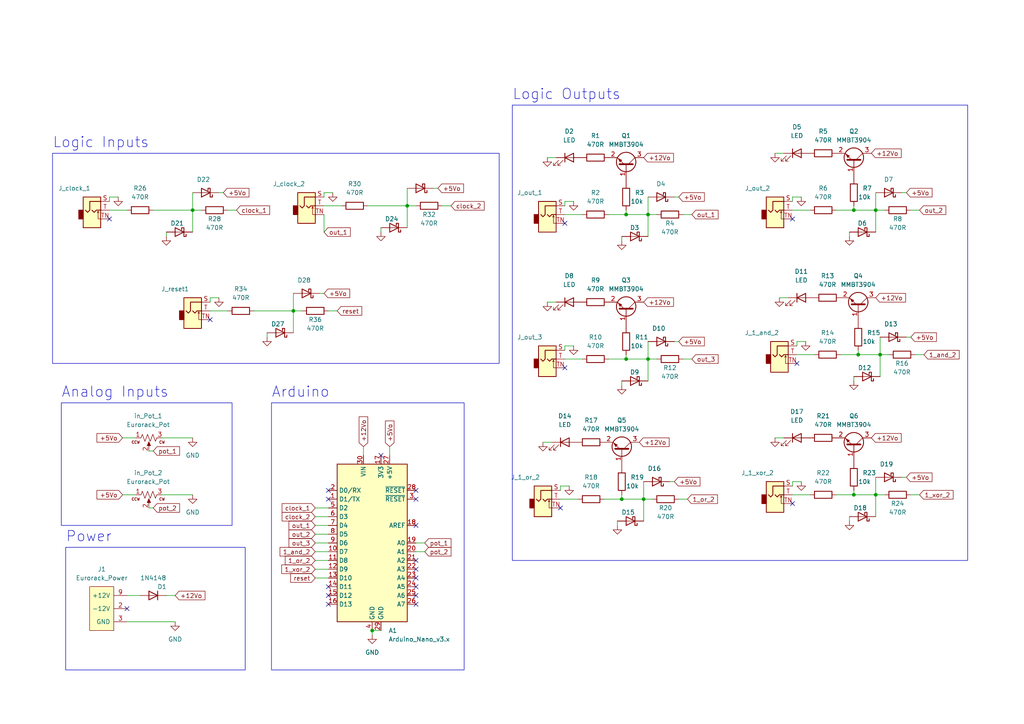
<source format=kicad_sch>
(kicad_sch (version 20230121) (generator eeschema)
  (paper "A4")
  (lib_symbols
    (symbol "Device:D_Schottky" (pin_numbers hide) (pin_names (offset 1.016) hide)
      (property "Reference" "D" (at 0 2.54 0))
      (property "Value" "D_Schottky" (at 0 -2.54 0))
      (symbol "D_Schottky_0_1"
        (polyline (pts (xy 1.27 0) (xy -1.27 0)))
        (polyline (pts (xy 1.27 1.27) (xy 1.27 -1.27) (xy -1.27 0) (xy 1.27 1.27)) (stroke (width 0.254)))
        (polyline (pts (xy -1.905 0.635) (xy -1.905 1.27) (xy -1.27 1.27) (xy -1.27 -1.27) (xy -0.635 -1.27) (xy -0.635 -0.635)) (stroke (width 0.254)))
      )
      (symbol "D_Schottky_1_1"
        (pin passive line (at -3.81 0 0) (length 2.54) (name "K") (number "1"))
        (pin passive line (at 3.81 0 180) (length 2.54) (name "A") (number "2"))
      )
    )
    (symbol "Device:LED" (pin_numbers hide) (pin_names (offset 1.016) hide)
      (property "Reference" "D" (at 0 2.54 0))
      (property "Value" "LED" (at 0 -2.54 0))
      (symbol "LED_0_1"
        (polyline (pts (xy -1.27 -1.27) (xy -1.27 1.27)) (stroke (width 0.254)))
        (polyline (pts (xy -1.27 0) (xy 1.27 0)))
        (polyline (pts (xy 1.27 -1.27) (xy 1.27 1.27) (xy -1.27 0) (xy 1.27 -1.27)) (stroke (width 0.254)))
        (polyline (pts (xy -3.048 -0.762) (xy -4.572 -2.286) (xy -3.81 -2.286) (xy -4.572 -2.286) (xy -4.572 -1.524)))
        (polyline (pts (xy -1.778 -0.762) (xy -3.302 -2.286) (xy -2.54 -2.286) (xy -3.302 -2.286) (xy -3.302 -1.524)))
      )
      (symbol "LED_1_1"
        (pin passive line (at -3.81 0 0) (length 2.54) (name "K") (number "1"))
        (pin passive line (at 3.81 0 180) (length 2.54) (name "A") (number "2"))
      )
    )
    (symbol "Device:R" (pin_numbers hide) (pin_names (offset 0))
      (property "Reference" "R" (at 2.032 0 90))
      (property "Value" "R" (at 0 0 90))
      (symbol "R_0_1"
        (rectangle (start -1.016 -2.54) (end 1.016 2.54) (stroke (width 0.254)))
      )
      (symbol "R_1_1"
        (pin passive line (at 0 3.81 270) (length 1.27) (name "~") (number "1"))
        (pin passive line (at 0 -3.81 90) (length 1.27) (name "~") (number "2"))
      )
    )
    (symbol "Diode:1N4148" (pin_numbers hide) (pin_names hide)
      (property "Reference" "D" (at 0 2.54 0))
      (property "Value" "1N4148" (at 0 -2.54 0))
      (symbol "1N4148_0_1"
        (polyline (pts (xy -1.27 1.27) (xy -1.27 -1.27)) (stroke (width 0.254)))
        (polyline (pts (xy 1.27 0) (xy -1.27 0)))
        (polyline (pts (xy 1.27 1.27) (xy 1.27 -1.27) (xy -1.27 0) (xy 1.27 1.27)) (stroke (width 0.254)))
      )
      (symbol "1N4148_1_1"
        (pin passive line (at -3.81 0 0) (length 2.54) (name "K") (number "1"))
        (pin passive line (at 3.81 0 180) (length 2.54) (name "A") (number "2"))
      )
    )
    (symbol "MCU_Module:Arduino_Nano_v3.x"
      (property "Reference" "A" (at -10.16 23.495 0))
      (property "Value" "Arduino_Nano_v3.x" (at 5.08 -24.13 0))
      (symbol "Arduino_Nano_v3.x_0_1"
        (rectangle (start -10.16 22.86) (end 10.16 -22.86) (stroke (width 0.254)) (fill (type background)))
      )
      (symbol "Arduino_Nano_v3.x_1_1"
        (pin bidirectional line (at -12.7 12.7 0) (length 2.54) (name "D1/TX") (number "1"))
        (pin bidirectional line (at -12.7 -2.54 0) (length 2.54) (name "D7") (number "10"))
        (pin bidirectional line (at -12.7 -5.08 0) (length 2.54) (name "D8") (number "11"))
        (pin bidirectional line (at -12.7 -7.62 0) (length 2.54) (name "D9") (number "12"))
        (pin bidirectional line (at -12.7 -10.16 0) (length 2.54) (name "D10") (number "13"))
        (pin bidirectional line (at -12.7 -12.7 0) (length 2.54) (name "D11") (number "14"))
        (pin bidirectional line (at -12.7 -15.24 0) (length 2.54) (name "D12") (number "15"))
        (pin bidirectional line (at -12.7 -17.78 0) (length 2.54) (name "D13") (number "16"))
        (pin power_out line (at 2.54 25.4 270) (length 2.54) (name "3V3") (number "17"))
        (pin input line (at 12.7 5.08 180) (length 2.54) (name "AREF") (number "18"))
        (pin bidirectional line (at 12.7 0 180) (length 2.54) (name "A0") (number "19"))
        (pin bidirectional line (at -12.7 15.24 0) (length 2.54) (name "D0/RX") (number "2"))
        (pin bidirectional line (at 12.7 -2.54 180) (length 2.54) (name "A1") (number "20"))
        (pin bidirectional line (at 12.7 -5.08 180) (length 2.54) (name "A2") (number "21"))
        (pin bidirectional line (at 12.7 -7.62 180) (length 2.54) (name "A3") (number "22"))
        (pin bidirectional line (at 12.7 -10.16 180) (length 2.54) (name "A4") (number "23"))
        (pin bidirectional line (at 12.7 -12.7 180) (length 2.54) (name "A5") (number "24"))
        (pin bidirectional line (at 12.7 -15.24 180) (length 2.54) (name "A6") (number "25"))
        (pin bidirectional line (at 12.7 -17.78 180) (length 2.54) (name "A7") (number "26"))
        (pin power_out line (at 5.08 25.4 270) (length 2.54) (name "+5V") (number "27"))
        (pin input line (at 12.7 15.24 180) (length 2.54) (name "~{RESET}") (number "28"))
        (pin power_in line (at 2.54 -25.4 90) (length 2.54) (name "GND") (number "29"))
        (pin input line (at 12.7 12.7 180) (length 2.54) (name "~{RESET}") (number "3"))
        (pin power_in line (at -2.54 25.4 270) (length 2.54) (name "VIN") (number "30"))
        (pin power_in line (at 0 -25.4 90) (length 2.54) (name "GND") (number "4"))
        (pin bidirectional line (at -12.7 10.16 0) (length 2.54) (name "D2") (number "5"))
        (pin bidirectional line (at -12.7 7.62 0) (length 2.54) (name "D3") (number "6"))
        (pin bidirectional line (at -12.7 5.08 0) (length 2.54) (name "D4") (number "7"))
        (pin bidirectional line (at -12.7 2.54 0) (length 2.54) (name "D5") (number "8"))
        (pin bidirectional line (at -12.7 0 0) (length 2.54) (name "D6") (number "9"))
      )
    )
    (symbol "Transistor_BJT:MMBT3904" (pin_names (offset 0) hide)
      (property "Reference" "Q" (at 5.08 1.905 0))
      (property "Value" "MMBT3904" (at 5.08 0 0))
      (symbol "MMBT3904_0_1"
        (polyline (pts (xy 0.635 0.635) (xy 2.54 2.54)))
        (polyline (pts (xy 0.635 -0.635) (xy 2.54 -2.54) (xy 2.54 -2.54)))
        (polyline (pts (xy 0.635 1.905) (xy 0.635 -1.905) (xy 0.635 -1.905)) (stroke (width 0.508)))
        (polyline (pts (xy 1.27 -1.778) (xy 1.778 -1.27) (xy 2.286 -2.286) (xy 1.27 -1.778) (xy 1.27 -1.778)) (fill (type outline)))
        (circle (center 1.27 0) (radius 2.8194) (stroke (width 0.254)))
      )
      (symbol "MMBT3904_1_1"
        (pin input line (at -5.08 0 0) (length 5.715) (name "B") (number "1"))
        (pin passive line (at 2.54 -5.08 90) (length 2.54) (name "E") (number "2"))
        (pin passive line (at 2.54 5.08 270) (length 2.54) (name "C") (number "3"))
      )
    )
    (symbol "power:GND" (power) (pin_names (offset 0))
      (property "Value" "GND" (at 0 -3.81 0))
      (symbol "GND_0_1"
        (polyline (pts (xy 0 0) (xy 0 -1.27) (xy 1.27 -1.27) (xy 0 -2.54) (xy -1.27 -1.27) (xy 0 -1.27)))
      )
      (symbol "GND_1_1"
        (pin power_in line (at 0 0 270) (length 0) hide (name "GND") (number "1"))
      )
    )
    (symbol "winterbloom:Eurorack_Mono_Jack" (pin_names hide)
      (property "Reference" "J" (at 3.302 -4.064 0))
      (property "Value" "Eurorack_Mono_Jack" (at 0 5.08 0))
      (symbol "Eurorack_Mono_Jack_0_1"
        (rectangle (start -2.54 -5.08) (end 2.54 3.81) (stroke (width 0.254)) (fill (type background)))
        (polyline (pts (xy -1.778 -1.016) (xy -2.032 -0.508)))
        (polyline (pts (xy -2.54 1.27) (xy -1.778 1.27) (xy -1.778 -1.016) (xy -1.524 -0.508)))
        (polyline (pts (xy 0 -1.27) (xy -0.635 -0.635) (xy -1.27 -1.27) (xy -2.54 -1.27)) (stroke (width 0.254)))
        (polyline (pts (xy -2.54 -3.81) (xy 0.635 -3.81) (xy 0.635 -1.27) (xy 1.27 -0.635) (xy 1.905 -1.27)) (stroke (width 0.254)))
        (rectangle (start 2.54 -1.27) (end 3.81 1.27) (stroke (width 0.254)) (fill (type outline)))
      )
      (symbol "Eurorack_Mono_Jack_1_1"
        (pin passive line (at -5.08 -3.81 0) (length 2.54) (name "Sleeve") (number "S"))
        (pin passive line (at -5.08 -1.27 0) (length 2.54) (name "Tip") (number "T"))
        (pin passive line (at -5.08 1.27 0) (length 2.54) (name "Tip_normalize") (number "TN"))
      )
    )
    (symbol "winterbloom:Eurorack_Pot" (pin_names (offset 1.016) hide)
      (property "Reference" "RV" (at 0 4.445 0))
      (property "Value" "Eurorack_Pot" (at 0 2.54 0))
      (symbol "Eurorack_Pot_0_0"
        (text "CCW" (at -3.81 -1.27 0) (effects (font (size 0.762 0.762))))
        (text "CW" (at 3.81 -1.27 0) (effects (font (size 0.762 0.762))))
      )
      (symbol "Eurorack_Pot_0_1"
        (polyline (pts (xy -2.286 0) (xy -2.54 0)))
        (polyline (pts (xy 0 -2.54) (xy 0 -1.524)))
        (polyline (pts (xy 2.54 0) (xy 2.286 0)))
        (polyline (pts (xy 0 -1.143) (xy 0.508 -2.286) (xy -0.508 -2.286) (xy 0 -1.143)) (fill (type outline)))
        (polyline (pts (xy -0.762 0) (xy -1.143 -1.016) (xy -1.524 0) (xy -1.905 1.016) (xy -2.286 0)))
        (polyline (pts (xy 0.762 0) (xy 0.381 -1.016) (xy 0 0) (xy -0.381 1.016) (xy -0.762 0)))
        (polyline (pts (xy 2.286 0) (xy 1.905 -1.016) (xy 1.524 0) (xy 1.143 1.016) (xy 0.762 0)))
      )
      (symbol "Eurorack_Pot_1_1"
        (pin passive line (at -3.81 0 0) (length 1.27) (name "1") (number "1"))
        (pin passive line (at 0 -3.81 90) (length 1.27) (name "2") (number "2"))
        (pin passive line (at 3.81 0 180) (length 1.27) (name "3") (number "3"))
      )
    )
    (symbol "winterbloom:Eurorack_Power" (pin_names (offset 1.016))
      (property "Reference" "J" (at -0.635 7.62 0))
      (property "Value" "Eurorack_Power" (at 0 -7.62 0))
      (symbol "Eurorack_Power_0_1"
        (rectangle (start -3.175 6.35) (end 3.81 -6.35) (fill (type background)))
      )
      (symbol "Eurorack_Power_1_1"
        (pin power_out line (at 7.62 0 180) (length 3.81) hide (name "-12V") (number "1"))
        (pin passive line (at 7.62 3.81 180) (length 3.81) hide (name "+12V") (number "10"))
        (pin passive line (at 7.62 0 180) (length 3.81) (name "-12V") (number "2"))
        (pin power_out line (at 7.62 -3.81 180) (length 3.81) (name "GND") (number "3"))
        (pin passive line (at 7.62 -3.81 180) (length 3.81) hide (name "GND") (number "4"))
        (pin passive line (at 7.62 -3.81 180) (length 3.81) hide (name "GND") (number "5"))
        (pin passive line (at 7.62 -3.81 180) (length 3.81) hide (name "GND") (number "6"))
        (pin passive line (at 7.62 -3.81 180) (length 3.81) hide (name "GND") (number "7"))
        (pin passive line (at 7.62 -3.81 180) (length 3.81) hide (name "GND") (number "8"))
        (pin power_out line (at 7.62 3.81 180) (length 3.81) (name "+12V") (number "9"))
      )
    )
  )
  (junction (at 181.61 104.14))
  (junction (at 187.96 104.14))
  (junction (at 187.96 62.23))
  (junction (at 107.95 182.88))
  (junction (at 247.65 60.96))
  (junction (at 254 60.96))
  (junction (at 255.27 102.87))
  (junction (at 186.69 144.78))
  (junction (at 248.92 102.87))
  (junction (at 254 143.51))
  (junction (at 55.88 60.96))
  (junction (at 118.11 59.69))
  (junction (at 85.09 90.17))
  (junction (at 247.65 143.51))
  (junction (at 181.61 62.23))
  (junction (at 180.34 144.78))
  (no_connect (at 36.83 176.53))
  (no_connect (at 229.87 63.5))
  (no_connect (at 95.25 175.26))
  (no_connect (at 120.65 170.18))
  (no_connect (at 120.65 175.26))
  (no_connect (at 162.56 147.32))
  (no_connect (at 120.65 165.1))
  (no_connect (at 31.75 63.5))
  (no_connect (at 95.25 142.24))
  (no_connect (at 120.65 142.24))
  (no_connect (at 120.65 167.64))
  (no_connect (at 95.25 172.72))
  (no_connect (at 231.14 105.41))
  (no_connect (at 110.49 132.08))
  (no_connect (at 163.83 64.77))
  (no_connect (at 95.25 144.78))
  (no_connect (at 120.65 144.78))
  (no_connect (at 120.65 172.72))
  (no_connect (at 229.87 146.05))
  (no_connect (at 60.96 92.71))
  (no_connect (at 163.83 106.68))
  (no_connect (at 120.65 152.4))
  (no_connect (at 95.25 170.18))
  (no_connect (at 120.65 162.56))
  (wire (pts (xy 232.41 57.15) (xy 229.87 57.15)))
  (wire (pts (xy 254 55.88) (xy 254 60.96)))
  (wire (pts (xy 262.89 97.79) (xy 264.16 97.79)))
  (wire (pts (xy 36.83 180.34) (xy 50.8 180.34)))
  (wire (pts (xy 91.44 152.4) (xy 95.25 152.4)))
  (wire (pts (xy 91.44 165.1) (xy 95.25 165.1)))
  (wire (pts (xy 231.14 102.87) (xy 236.22 102.87)))
  (wire (pts (xy 186.69 139.7) (xy 186.69 144.78)))
  (wire (pts (xy 107.95 182.88) (xy 110.49 182.88)))
  (wire (pts (xy 158.75 87.63) (xy 161.29 87.63)))
  (wire (pts (xy 95.25 90.17) (xy 97.79 90.17)))
  (wire (pts (xy 46.99 143.51) (xy 55.88 143.51)))
  (wire (pts (xy 46.99 127) (xy 55.88 127)))
  (wire (pts (xy 187.96 62.23) (xy 187.96 68.58)))
  (wire (pts (xy 128.27 59.69) (xy 130.81 59.69)))
  (wire (pts (xy 118.11 59.69) (xy 118.11 66.04)))
  (wire (pts (xy 55.88 55.88) (xy 55.88 60.96)))
  (wire (pts (xy 55.88 60.96) (xy 58.42 60.96)))
  (wire (pts (xy 242.57 143.51) (xy 247.65 143.51)))
  (wire (pts (xy 233.68 99.06) (xy 231.14 99.06)))
  (wire (pts (xy 181.61 62.23) (xy 187.96 62.23)))
  (wire (pts (xy 63.5 55.88) (xy 64.77 55.88)))
  (wire (pts (xy 254 60.96) (xy 256.54 60.96)))
  (wire (pts (xy 93.98 62.23) (xy 93.98 67.31)))
  (wire (pts (xy 31.75 57.15) (xy 31.75 58.42)))
  (wire (pts (xy 186.69 144.78) (xy 186.69 151.13)))
  (wire (pts (xy 254 143.51) (xy 256.54 143.51)))
  (wire (pts (xy 224.79 44.45) (xy 227.33 44.45)))
  (wire (pts (xy 93.98 59.69) (xy 99.06 59.69)))
  (wire (pts (xy 63.5 86.36) (xy 60.96 86.36)))
  (wire (pts (xy 91.44 154.94) (xy 95.25 154.94)))
  (wire (pts (xy 195.58 99.06) (xy 196.85 99.06)))
  (wire (pts (xy 60.96 86.36) (xy 60.96 87.63)))
  (wire (pts (xy 187.96 57.15) (xy 187.96 62.23)))
  (wire (pts (xy 120.65 157.48) (xy 123.19 157.48)))
  (wire (pts (xy 55.88 60.96) (xy 55.88 67.31)))
  (wire (pts (xy 261.62 138.43) (xy 262.89 138.43)))
  (wire (pts (xy 229.87 57.15) (xy 229.87 58.42)))
  (wire (pts (xy 254 143.51) (xy 254 149.86)))
  (wire (pts (xy 247.65 143.51) (xy 254 143.51)))
  (wire (pts (xy 175.26 144.78) (xy 180.34 144.78)))
  (wire (pts (xy 181.61 60.96) (xy 181.61 62.23)))
  (wire (pts (xy 254 60.96) (xy 254 67.31)))
  (wire (pts (xy 176.53 62.23) (xy 181.61 62.23)))
  (wire (pts (xy 91.44 147.32) (xy 95.25 147.32)))
  (wire (pts (xy 96.52 55.88) (xy 93.98 55.88)))
  (wire (pts (xy 231.14 99.06) (xy 231.14 100.33)))
  (wire (pts (xy 198.12 62.23) (xy 200.66 62.23)))
  (wire (pts (xy 232.41 139.7) (xy 229.87 139.7)))
  (wire (pts (xy 179.07 151.13) (xy 179.07 152.4)))
  (wire (pts (xy 106.68 59.69) (xy 118.11 59.69)))
  (wire (pts (xy 261.62 55.88) (xy 262.89 55.88)))
  (wire (pts (xy 36.83 172.72) (xy 40.64 172.72)))
  (wire (pts (xy 264.16 60.96) (xy 266.7 60.96)))
  (wire (pts (xy 176.53 104.14) (xy 181.61 104.14)))
  (wire (pts (xy 118.11 54.61) (xy 118.11 59.69)))
  (wire (pts (xy 91.44 160.02) (xy 95.25 160.02)))
  (wire (pts (xy 242.57 60.96) (xy 247.65 60.96)))
  (wire (pts (xy 110.49 66.04) (xy 110.49 67.31)))
  (wire (pts (xy 229.87 60.96) (xy 234.95 60.96)))
  (wire (pts (xy 247.65 109.22) (xy 247.65 110.49)))
  (wire (pts (xy 163.83 62.23) (xy 168.91 62.23)))
  (wire (pts (xy 247.65 60.96) (xy 254 60.96)))
  (wire (pts (xy 196.85 144.78) (xy 199.39 144.78)))
  (wire (pts (xy 85.09 85.09) (xy 85.09 90.17)))
  (wire (pts (xy 255.27 102.87) (xy 257.81 102.87)))
  (wire (pts (xy 125.73 54.61) (xy 127 54.61)))
  (wire (pts (xy 229.87 143.51) (xy 234.95 143.51)))
  (wire (pts (xy 60.96 90.17) (xy 66.04 90.17)))
  (wire (pts (xy 34.29 57.15) (xy 31.75 57.15)))
  (wire (pts (xy 93.98 55.88) (xy 93.98 57.15)))
  (wire (pts (xy 85.09 90.17) (xy 87.63 90.17)))
  (wire (pts (xy 181.61 104.14) (xy 187.96 104.14)))
  (wire (pts (xy 48.26 172.72) (xy 50.8 172.72)))
  (wire (pts (xy 194.31 139.7) (xy 195.58 139.7)))
  (wire (pts (xy 43.18 130.81) (xy 44.45 130.81)))
  (wire (pts (xy 186.69 144.78) (xy 189.23 144.78)))
  (wire (pts (xy 246.38 149.86) (xy 246.38 151.13)))
  (wire (pts (xy 31.75 60.96) (xy 36.83 60.96)))
  (wire (pts (xy 163.83 104.14) (xy 168.91 104.14)))
  (wire (pts (xy 195.58 57.15) (xy 196.85 57.15)))
  (wire (pts (xy 248.92 102.87) (xy 255.27 102.87)))
  (wire (pts (xy 254 138.43) (xy 254 143.51)))
  (wire (pts (xy 229.87 139.7) (xy 229.87 140.97)))
  (wire (pts (xy 246.38 67.31) (xy 246.38 68.58)))
  (wire (pts (xy 165.1 140.97) (xy 162.56 140.97)))
  (wire (pts (xy 180.34 110.49) (xy 180.34 111.76)))
  (wire (pts (xy 43.18 147.32) (xy 44.45 147.32)))
  (wire (pts (xy 73.66 90.17) (xy 85.09 90.17)))
  (wire (pts (xy 44.45 60.96) (xy 55.88 60.96)))
  (wire (pts (xy 162.56 140.97) (xy 162.56 142.24)))
  (wire (pts (xy 198.12 104.14) (xy 200.66 104.14)))
  (wire (pts (xy 120.65 160.02) (xy 123.19 160.02)))
  (wire (pts (xy 187.96 104.14) (xy 190.5 104.14)))
  (wire (pts (xy 243.84 102.87) (xy 248.92 102.87)))
  (wire (pts (xy 77.47 96.52) (xy 77.47 97.79)))
  (wire (pts (xy 255.27 97.79) (xy 255.27 102.87)))
  (wire (pts (xy 187.96 62.23) (xy 190.5 62.23)))
  (wire (pts (xy 113.03 129.54) (xy 113.03 132.08)))
  (wire (pts (xy 91.44 167.64) (xy 95.25 167.64)))
  (wire (pts (xy 181.61 102.87) (xy 181.61 104.14)))
  (wire (pts (xy 35.56 143.51) (xy 39.37 143.51)))
  (wire (pts (xy 247.65 59.69) (xy 247.65 60.96)))
  (wire (pts (xy 180.34 144.78) (xy 186.69 144.78)))
  (wire (pts (xy 66.04 60.96) (xy 68.58 60.96)))
  (wire (pts (xy 163.83 58.42) (xy 163.83 59.69)))
  (wire (pts (xy 187.96 104.14) (xy 187.96 110.49)))
  (wire (pts (xy 187.96 99.06) (xy 187.96 104.14)))
  (wire (pts (xy 226.06 86.36) (xy 228.6 86.36)))
  (wire (pts (xy 107.95 182.88) (xy 107.95 184.15)))
  (wire (pts (xy 180.34 143.51) (xy 180.34 144.78)))
  (wire (pts (xy 264.16 143.51) (xy 266.7 143.51)))
  (wire (pts (xy 92.71 85.09) (xy 93.98 85.09)))
  (wire (pts (xy 91.44 157.48) (xy 95.25 157.48)))
  (wire (pts (xy 163.83 100.33) (xy 163.83 101.6)))
  (wire (pts (xy 118.11 59.69) (xy 120.65 59.69)))
  (wire (pts (xy 85.09 90.17) (xy 85.09 96.52)))
  (wire (pts (xy 247.65 142.24) (xy 247.65 143.51)))
  (wire (pts (xy 91.44 149.86) (xy 95.25 149.86)))
  (wire (pts (xy 35.56 127) (xy 39.37 127)))
  (wire (pts (xy 248.92 101.6) (xy 248.92 102.87)))
  (wire (pts (xy 48.26 67.31) (xy 48.26 68.58)))
  (wire (pts (xy 158.75 45.72) (xy 161.29 45.72)))
  (wire (pts (xy 166.37 58.42) (xy 163.83 58.42)))
  (wire (pts (xy 180.34 68.58) (xy 180.34 69.85)))
  (wire (pts (xy 255.27 102.87) (xy 255.27 109.22)))
  (wire (pts (xy 162.56 144.78) (xy 167.64 144.78)))
  (wire (pts (xy 105.41 129.54) (xy 105.41 132.08)))
  (wire (pts (xy 224.79 127) (xy 227.33 127)))
  (wire (pts (xy 265.43 102.87) (xy 267.97 102.87)))
  (wire (pts (xy 166.37 100.33) (xy 163.83 100.33)))
  (wire (pts (xy 157.48 128.27) (xy 160.02 128.27)))
  (wire (pts (xy 91.44 162.56) (xy 95.25 162.56)))
  (rectangle (start 19.05 158.75) (end 71.12 194.31))
  (rectangle (start 15.24 44.45) (end 144.78 105.41))
  (rectangle (start 78.74 116.84) (end 134.62 194.31))
  (rectangle (start 148.59 30.48) (end 280.67 162.56))
  (rectangle (start 17.78 116.84) (end 67.31 152.4))
  (text "Arduino" (at 78.74 115.57 0) (effects (font (size 3 3)) (justify left bottom)))
  (text "Analog Inputs" (at 17.78 115.57 0) (effects (font (size 3 3)) (justify left bottom)))
  (text "Power" (at 19.05 157.48 0) (effects (font (size 3 3)) (justify left bottom)))
  (text "Logic Outputs" (at 148.59 29.21 0) (effects (font (size 3 3)) (justify left bottom)))
  (text "Logic Inputs" (at 15.24 43.18 0) (effects (font (size 3 3)) (justify left bottom)))
  (global_label "out_2" (shape input) (at 91.44 154.94 180) (property "Intersheetrefs" "${INTERSHEET_REFS}" (effects hide)))
  (global_label "+12Vo" (shape input) (at 105.41 129.54 90) (property "Intersheetrefs" "${INTERSHEET_REFS}" (effects hide)))
  (global_label "1_or_2" (shape input) (at 199.39 144.78 0) (property "Intersheetrefs" "${INTERSHEET_REFS}" (effects hide)))
  (global_label "+5Vo" (shape input) (at 195.58 139.7 0) (property "Intersheetrefs" "${INTERSHEET_REFS}" (effects hide)))
  (global_label "+5Vo" (shape input) (at 113.03 129.54 90) (property "Intersheetrefs" "${INTERSHEET_REFS}" (effects hide)))
  (global_label "reset" (shape input) (at 91.44 167.64 180) (property "Intersheetrefs" "${INTERSHEET_REFS}" (effects hide)))
  (global_label "+12Vo" (shape input) (at 186.69 45.72 0) (property "Intersheetrefs" "${INTERSHEET_REFS}" (effects hide)))
  (global_label "+5Vo" (shape input) (at 64.77 55.88 0) (property "Intersheetrefs" "${INTERSHEET_REFS}" (effects hide)))
  (global_label "out_3" (shape input) (at 91.44 157.48 180) (property "Intersheetrefs" "${INTERSHEET_REFS}" (effects hide)))
  (global_label "out_1" (shape input) (at 200.66 62.23 0) (property "Intersheetrefs" "${INTERSHEET_REFS}" (effects hide)))
  (global_label "+12Vo" (shape input) (at 254 86.36 0) (property "Intersheetrefs" "${INTERSHEET_REFS}" (effects hide)))
  (global_label "+5Vo" (shape input) (at 264.16 97.79 0) (property "Intersheetrefs" "${INTERSHEET_REFS}" (effects hide)))
  (global_label "pot_2" (shape input) (at 44.45 147.32 0) (property "Intersheetrefs" "${INTERSHEET_REFS}" (effects hide)))
  (global_label "+5Vo" (shape input) (at 262.89 138.43 0) (property "Intersheetrefs" "${INTERSHEET_REFS}" (effects hide)))
  (global_label "clock_1" (shape input) (at 91.44 147.32 180) (property "Intersheetrefs" "${INTERSHEET_REFS}" (effects hide)))
  (global_label "+5Vo" (shape input) (at 196.85 57.15 0) (property "Intersheetrefs" "${INTERSHEET_REFS}" (effects hide)))
  (global_label "out_1" (shape input) (at 93.98 67.31 0) (property "Intersheetrefs" "${INTERSHEET_REFS}" (effects hide)))
  (global_label "+12Vo" (shape input) (at 186.69 87.63 0) (property "Intersheetrefs" "${INTERSHEET_REFS}" (effects hide)))
  (global_label "clock_2" (shape input) (at 91.44 149.86 180) (property "Intersheetrefs" "${INTERSHEET_REFS}" (effects hide)))
  (global_label "clock_2" (shape input) (at 130.81 59.69 0) (property "Intersheetrefs" "${INTERSHEET_REFS}" (effects hide)))
  (global_label "+5Vo" (shape input) (at 262.89 55.88 0) (property "Intersheetrefs" "${INTERSHEET_REFS}" (effects hide)))
  (global_label "1_and_2" (shape input) (at 91.44 160.02 180) (property "Intersheetrefs" "${INTERSHEET_REFS}" (effects hide)))
  (global_label "+12Vo" (shape input) (at 252.73 44.45 0) (property "Intersheetrefs" "${INTERSHEET_REFS}" (effects hide)))
  (global_label "+5Vo" (shape input) (at 93.98 85.09 0) (property "Intersheetrefs" "${INTERSHEET_REFS}" (effects hide)))
  (global_label "+12Vo" (shape input) (at 185.42 128.27 0) (property "Intersheetrefs" "${INTERSHEET_REFS}" (effects hide)))
  (global_label "+12Vo" (shape input) (at 50.8 172.72 0) (property "Intersheetrefs" "${INTERSHEET_REFS}" (effects hide)))
  (global_label "1_and_2" (shape input) (at 267.97 102.87 0) (property "Intersheetrefs" "${INTERSHEET_REFS}" (effects hide)))
  (global_label "1_xor_2" (shape input) (at 91.44 165.1 180) (property "Intersheetrefs" "${INTERSHEET_REFS}" (effects hide)))
  (global_label "out_3" (shape input) (at 200.66 104.14 0) (property "Intersheetrefs" "${INTERSHEET_REFS}" (effects hide)))
  (global_label "1_xor_2" (shape input) (at 266.7 143.51 0) (property "Intersheetrefs" "${INTERSHEET_REFS}" (effects hide)))
  (global_label "out_2" (shape input) (at 266.7 60.96 0) (property "Intersheetrefs" "${INTERSHEET_REFS}" (effects hide)))
  (global_label "+5Vo" (shape input) (at 127 54.61 0) (property "Intersheetrefs" "${INTERSHEET_REFS}" (effects hide)))
  (global_label "pot_1" (shape input) (at 44.45 130.81 0) (property "Intersheetrefs" "${INTERSHEET_REFS}" (effects hide)))
  (global_label "+5Vo" (shape input) (at 35.56 127 180) (property "Intersheetrefs" "${INTERSHEET_REFS}" (effects hide)))
  (global_label "+5Vo" (shape input) (at 196.85 99.06 0) (property "Intersheetrefs" "${INTERSHEET_REFS}" (effects hide)))
  (global_label "1_or_2" (shape input) (at 91.44 162.56 180) (property "Intersheetrefs" "${INTERSHEET_REFS}" (effects hide)))
  (global_label "out_1" (shape input) (at 91.44 152.4 180) (property "Intersheetrefs" "${INTERSHEET_REFS}" (effects hide)))
  (global_label "pot_2" (shape input) (at 123.19 160.02 0) (property "Intersheetrefs" "${INTERSHEET_REFS}" (effects hide)))
  (global_label "pot_1" (shape input) (at 123.19 157.48 0) (property "Intersheetrefs" "${INTERSHEET_REFS}" (effects hide)))
  (global_label "reset" (shape input) (at 97.79 90.17 0) (property "Intersheetrefs" "${INTERSHEET_REFS}" (effects hide)))
  (global_label "+12Vo" (shape input) (at 252.73 127 0) (property "Intersheetrefs" "${INTERSHEET_REFS}" (effects hide)))
  (global_label "clock_1" (shape input) (at 68.58 60.96 0) (property "Intersheetrefs" "${INTERSHEET_REFS}" (effects hide)))
  (global_label "+5Vo" (shape input) (at 35.56 143.51 180) (property "Intersheetrefs" "${INTERSHEET_REFS}" (effects hide)))
  (symbol (lib_id "winterbloom:Eurorack_Power") (at 29.21 176.53 0) (unit 1)
    (property "Reference" "J1" (at 29.5275 165.1 0))
    (property "Value" "Eurorack_Power" (at 29.5275 167.64 0))
    (property "Footprint" "winterbloom:Eurorack_Power_2x5_Shrouded" (effects hide))
    (property "Datasheet" "https://static6.arrow.com/aropdfconversion/1507f1621f4e67855dd466ebb3ac550d52564a9d/32302-sxx1.pdf" (effects hide))
    (property "MPN" "302-S101" (effects hide))
  )
  (symbol (lib_id "winterbloom:Eurorack_Mono_Jack") (at 157.48 146.05 180) (unit 1)
    (property "Reference" "J_1_or_2" (at 152.4 138.43 0))
    (property "Value" "Eurorack_Mono_Jack" (effects hide))
    (property "Footprint" "winterbloom:AudioJack_WQP518MA" (effects hide))
    (property "Datasheet" "http://www.qingpu-electronics.com/en/products/WQP-PJ398SM-362.html" (effects hide))
    (property "MPN" "WQP-WQP518MA" (effects hide))
  )
  (symbol (lib_id "power:GND") (at 50.8 180.34 0) (unit 1)
    (property "Reference" "#PWR03" (effects hide))
    (property "Value" "GND" (at 50.8 185.42 0))
  )
  (symbol (lib_id "Device:D_Schottky") (at 257.81 55.88 180) (unit 1)
    (property "Reference" "D7" (at 259.08 52.07 0) (effects (justify left)))
    (property "Value" "D_Schottky" (effects hide))
    (property "Footprint" "Diode_SMD:D_SOD-123" (effects hide))
    (property "LCSC" "C8598" (effects hide))
  )
  (symbol (lib_id "Device:R") (at 102.87 59.69 90) (unit 1)
    (property "Reference" "R30" (at 102.87 53.34 90))
    (property "Value" "470R" (at 102.87 55.88 90))
    (property "Footprint" "Resistor_SMD:R_0603_1608Metric" (effects hide))
    (property "LCSC" "C23179" (effects hide))
  )
  (symbol (lib_id "Device:R") (at 240.03 102.87 90) (unit 1)
    (property "Reference" "R14" (at 240.03 96.52 90))
    (property "Value" "470R" (at 240.03 99.06 90))
    (property "Footprint" "Resistor_SMD:R_0603_1608Metric" (effects hide))
    (property "LCSC" "C23179" (effects hide))
  )
  (symbol (lib_id "Device:R") (at 193.04 144.78 90) (unit 1)
    (property "Reference" "R20" (at 193.04 147.32 90))
    (property "Value" "470R" (at 193.04 149.86 90))
    (property "Footprint" "Resistor_SMD:R_0603_1608Metric" (effects hide))
    (property "LCSC" "C23179" (effects hide))
  )
  (symbol (lib_id "Device:R") (at 238.76 143.51 90) (unit 1)
    (property "Reference" "R22" (at 238.76 137.16 90))
    (property "Value" "470R" (at 238.76 139.7 90))
    (property "Footprint" "Resistor_SMD:R_0603_1608Metric" (effects hide))
    (property "LCSC" "C23179" (effects hide))
  )
  (symbol (lib_id "power:GND") (at 63.5 86.36 0) (unit 1)
    (property "Reference" "#PWR030" (effects hide))
    (property "Value" "GND" (effects hide))
  )
  (symbol (lib_id "Device:R") (at 194.31 104.14 90) (unit 1)
    (property "Reference" "R12" (at 194.31 106.68 90))
    (property "Value" "470R" (at 194.31 109.22 90))
    (property "Footprint" "Resistor_SMD:R_0603_1608Metric" (effects hide))
    (property "LCSC" "C23179" (effects hide))
  )
  (symbol (lib_id "power:GND") (at 96.52 55.88 0) (unit 1)
    (property "Reference" "#PWR027" (effects hide))
    (property "Value" "GND" (effects hide))
  )
  (symbol (lib_id "Device:D_Schottky") (at 190.5 139.7 180) (unit 1)
    (property "Reference" "D16" (at 191.77 135.89 0) (effects (justify left)))
    (property "Value" "D_Schottky" (effects hide))
    (property "Footprint" "Diode_SMD:D_SOD-123" (effects hide))
    (property "LCSC" "C8598" (effects hide))
  )
  (symbol (lib_id "Device:D_Schottky") (at 59.69 55.88 180) (unit 1)
    (property "Reference" "D22" (at 60.96 52.07 0) (effects (justify left)))
    (property "Value" "D_Schottky" (effects hide))
    (property "Footprint" "Diode_SMD:D_SOD-123" (effects hide))
    (property "LCSC" "C8598" (effects hide))
  )
  (symbol (lib_id "Device:D_Schottky") (at 52.07 67.31 180) (unit 1)
    (property "Reference" "D21" (at 53.34 64.77 0) (effects (justify left)))
    (property "Value" "D_Schottky" (effects hide))
    (property "Footprint" "Diode_SMD:D_SOD-123" (effects hide))
    (property "LCSC" "C8598" (effects hide))
  )
  (symbol (lib_id "Device:R") (at 261.62 102.87 90) (unit 1)
    (property "Reference" "R16" (at 261.62 105.41 90))
    (property "Value" "470R" (at 261.62 107.95 90))
    (property "Footprint" "Resistor_SMD:R_0603_1608Metric" (effects hide))
    (property "LCSC" "C23179" (effects hide))
  )
  (symbol (lib_id "power:GND") (at 224.79 44.45 0) (mirror y) (unit 1)
    (property "Reference" "#PWR08" (effects hide))
    (property "Value" "GND" (effects hide))
  )
  (symbol (lib_id "power:GND") (at 110.49 67.31 0) (unit 1)
    (property "Reference" "#PWR028" (effects hide))
    (property "Value" "GND" (effects hide))
  )
  (symbol (lib_id "Device:R") (at 180.34 139.7 180) (unit 1)
    (property "Reference" "R19" (at 182.88 138.43 0) (effects (justify right)))
    (property "Value" "10k" (at 181.61 140.97 0) (effects (justify right)))
    (property "Footprint" "Resistor_SMD:R_0603_1608Metric" (effects hide))
    (property "LCSC" "C25804" (effects hide))
  )
  (symbol (lib_id "winterbloom:Eurorack_Mono_Jack") (at 26.67 62.23 180) (unit 1)
    (property "Reference" "J_clock_1" (at 21.59 54.61 0))
    (property "Value" "Eurorack_Mono_Jack" (effects hide))
    (property "Footprint" "winterbloom:AudioJack_WQP518MA" (effects hide))
    (property "Datasheet" "http://www.qingpu-electronics.com/en/products/WQP-PJ398SM-362.html" (effects hide))
    (property "MPN" "WQP-WQP518MA" (effects hide))
  )
  (symbol (lib_id "Device:R") (at 181.61 99.06 180) (unit 1)
    (property "Reference" "R11" (at 184.15 97.79 0) (effects (justify right)))
    (property "Value" "10k" (at 182.88 100.33 0) (effects (justify right)))
    (property "Footprint" "Resistor_SMD:R_0603_1608Metric" (effects hide))
    (property "LCSC" "C25804" (effects hide))
  )
  (symbol (lib_id "Transistor_BJT:MMBT3904") (at 247.65 46.99 270) (mirror x) (unit 1)
    (property "Reference" "Q2" (at 247.65 38.1 90))
    (property "Value" "MMBT3904" (at 247.65 40.64 90))
    (property "Footprint" "Package_TO_SOT_SMD:SOT-23" (effects hide))
    (property "Datasheet" "https://www.onsemi.com/pdf/datasheet/pzt3904-d.pdf" (effects hide))
    (property "LCSC" "C20526" (effects hide))
  )
  (symbol (lib_id "Device:R") (at 171.45 144.78 90) (unit 1)
    (property "Reference" "R18" (at 171.45 138.43 90))
    (property "Value" "470R" (at 171.45 140.97 90))
    (property "Footprint" "Resistor_SMD:R_0603_1608Metric" (effects hide))
    (property "LCSC" "C23179" (effects hide))
  )
  (symbol (lib_id "Transistor_BJT:MMBT3904") (at 181.61 48.26 270) (mirror x) (unit 1)
    (property "Reference" "Q1" (at 181.61 39.37 90))
    (property "Value" "MMBT3904" (at 181.61 41.91 90))
    (property "Footprint" "Package_TO_SOT_SMD:SOT-23" (effects hide))
    (property "Datasheet" "https://www.onsemi.com/pdf/datasheet/pzt3904-d.pdf" (effects hide))
    (property "LCSC" "C20526" (effects hide))
  )
  (symbol (lib_id "Transistor_BJT:MMBT3904") (at 247.65 129.54 270) (mirror x) (unit 1)
    (property "Reference" "Q6" (at 247.65 120.65 90))
    (property "Value" "MMBT3904" (at 247.65 123.19 90))
    (property "Footprint" "Package_TO_SOT_SMD:SOT-23" (effects hide))
    (property "Datasheet" "https://www.onsemi.com/pdf/datasheet/pzt3904-d.pdf" (effects hide))
    (property "LCSC" "C20526" (effects hide))
  )
  (symbol (lib_id "winterbloom:Eurorack_Mono_Jack") (at 88.9 60.96 180) (unit 1)
    (property "Reference" "J_clock_2" (at 83.82 53.34 0))
    (property "Value" "Eurorack_Mono_Jack" (effects hide))
    (property "Footprint" "winterbloom:AudioJack_WQP518MA" (effects hide))
    (property "Datasheet" "http://www.qingpu-electronics.com/en/products/WQP-PJ398SM-362.html" (effects hide))
    (property "MPN" "WQP-WQP518MA" (effects hide))
  )
  (symbol (lib_id "Device:R") (at 172.72 87.63 90) (unit 1)
    (property "Reference" "R9" (at 172.72 81.28 90))
    (property "Value" "470R" (at 172.72 83.82 90))
    (property "Footprint" "Resistor_SMD:R_0603_1608Metric" (effects hide))
    (property "LCSC" "C23179" (effects hide))
  )
  (symbol (lib_id "Device:D_Schottky") (at 259.08 97.79 180) (unit 1)
    (property "Reference" "D13" (at 260.35 93.98 0) (effects (justify left)))
    (property "Value" "D_Schottky" (effects hide))
    (property "Footprint" "Diode_SMD:D_SOD-123" (effects hide))
    (property "LCSC" "C8598" (effects hide))
  )
  (symbol (lib_id "Device:D_Schottky") (at 184.15 68.58 180) (unit 1)
    (property "Reference" "D3" (at 185.42 66.04 0) (effects (justify left)))
    (property "Value" "D_Schottky" (effects hide))
    (property "Footprint" "Diode_SMD:D_SOD-123" (effects hide))
    (property "LCSC" "C8598" (effects hide))
  )
  (symbol (lib_id "power:GND") (at 158.75 87.63 0) (mirror y) (unit 1)
    (property "Reference" "#PWR011" (effects hide))
    (property "Value" "GND" (effects hide))
  )
  (symbol (lib_id "Device:R") (at 260.35 60.96 90) (unit 1)
    (property "Reference" "R8" (at 260.35 63.5 90))
    (property "Value" "470R" (at 260.35 66.04 90))
    (property "Footprint" "Resistor_SMD:R_0603_1608Metric" (effects hide))
    (property "LCSC" "C23179" (effects hide))
  )
  (symbol (lib_id "Device:D_Schottky") (at 81.28 96.52 180) (unit 1)
    (property "Reference" "D27" (at 82.55 93.98 0) (effects (justify left)))
    (property "Value" "D_Schottky" (effects hide))
    (property "Footprint" "Diode_SMD:D_SOD-123" (effects hide))
    (property "LCSC" "C8598" (effects hide))
  )
  (symbol (lib_id "Device:LED") (at 232.41 86.36 0) (unit 1)
    (property "Reference" "D11" (at 232.41 78.74 0))
    (property "Value" "LED" (at 232.41 81.28 0))
    (property "Footprint" "LED_THT:LED_D3.0mm" (effects hide))
  )
  (symbol (lib_id "Device:R") (at 91.44 90.17 90) (unit 1)
    (property "Reference" "R36" (at 91.44 92.71 90))
    (property "Value" "470R" (at 91.44 95.25 90))
    (property "Footprint" "Resistor_SMD:R_0603_1608Metric" (effects hide))
    (property "LCSC" "C23179" (effects hide))
  )
  (symbol (lib_id "Device:R") (at 247.65 55.88 180) (unit 1)
    (property "Reference" "R7" (at 250.19 54.61 0) (effects (justify right)))
    (property "Value" "10k" (at 248.92 57.15 0) (effects (justify right)))
    (property "Footprint" "Resistor_SMD:R_0603_1608Metric" (effects hide))
    (property "LCSC" "C25804" (effects hide))
  )
  (symbol (lib_id "winterbloom:Eurorack_Mono_Jack") (at 158.75 105.41 180) (unit 1)
    (property "Reference" "J_out_3" (at 153.67 97.79 0))
    (property "Value" "Eurorack_Mono_Jack" (effects hide))
    (property "Footprint" "winterbloom:AudioJack_WQP518MA" (effects hide))
    (property "Datasheet" "http://www.qingpu-electronics.com/en/products/WQP-PJ398SM-362.html" (effects hide))
    (property "MPN" "WQP-WQP518MA" (effects hide))
  )
  (symbol (lib_id "winterbloom:Eurorack_Mono_Jack") (at 158.75 63.5 180) (unit 1)
    (property "Reference" "J_out_1" (at 153.67 55.88 0))
    (property "Value" "Eurorack_Mono_Jack" (effects hide))
    (property "Footprint" "winterbloom:AudioJack_WQP518MA" (effects hide))
    (property "Datasheet" "http://www.qingpu-electronics.com/en/products/WQP-PJ398SM-362.html" (effects hide))
    (property "MPN" "WQP-WQP518MA" (effects hide))
  )
  (symbol (lib_id "Device:R") (at 181.61 57.15 180) (unit 1)
    (property "Reference" "R3" (at 184.15 55.88 0) (effects (justify right)))
    (property "Value" "10k" (at 182.88 58.42 0) (effects (justify right)))
    (property "Footprint" "Resistor_SMD:R_0603_1608Metric" (effects hide))
    (property "LCSC" "C25804" (effects hide))
  )
  (symbol (lib_id "winterbloom:Eurorack_Pot") (at 43.18 143.51 0) (unit 1)
    (property "Reference" "in_Pot_2" (at 42.9895 137.16 0))
    (property "Value" "Eurorack_Pot" (at 42.9895 139.7 0))
    (property "Footprint" "winterbloom:Potentiometer_Alpha_R0904N" (effects hide))
    (property "Datasheet" "https://s3.us-west-2.amazonaws.com/secure.notion-static.com/c2e29654-9937-4f21-ad37-19aeb30b6cf7/R0904N%28KQ%29-LWS.pdf?X-Amz-Algorithm=AWS4-HMAC-SHA256&X-Amz-Credential=AKIAT73L2G45O3KS52Y5%2F20210212%2Fus-west-2%2Fs3%2Faws4_request&X-Amz-Date=20210212T061200Z&X-Amz-Expires=86400&X-Amz-Signature=79cad3de6b24b7023aa449b148ed3570970ec3161da0e13127712a5cd74fcd34&X-Amz-SignedHeaders=host&response-content-disposition=filename%20%3D%22R0904N%28KQ%29-LWS.pdf%22" (effects hide))
    (property "MPN" "R0904N-???? L-25KQ/LWS" (effects hide))
  )
  (symbol (lib_id "winterbloom:Eurorack_Mono_Jack") (at 224.79 62.23 180) (unit 1)
    (property "Reference" "J_out_2" (at 219.71 54.61 0))
    (property "Value" "Eurorack_Mono_Jack" (effects hide))
    (property "Footprint" "winterbloom:AudioJack_WQP518MA" (effects hide))
    (property "Datasheet" "http://www.qingpu-electronics.com/en/products/WQP-PJ398SM-362.html" (effects hide))
    (property "MPN" "WQP-WQP518MA" (effects hide))
  )
  (symbol (lib_id "MCU_Module:Arduino_Nano_v3.x") (at 107.95 157.48 0) (unit 1)
    (property "Reference" "A1" (at 112.6841 182.88 0) (effects (justify left)))
    (property "Value" "Arduino_Nano_v3.x" (at 112.6841 185.42 0) (effects (justify left)))
    (property "Footprint" "Module:Arduino_Nano" (effects hide))
    (property "Datasheet" "http://www.mouser.com/pdfdocs/Gravitech_Arduino_Nano3_0.pdf" (effects hide))
  )
  (symbol (lib_id "winterbloom:Eurorack_Mono_Jack") (at 226.06 104.14 180) (unit 1)
    (property "Reference" "J_1_and_2" (at 220.98 96.52 0))
    (property "Value" "Eurorack_Mono_Jack" (effects hide))
    (property "Footprint" "winterbloom:AudioJack_WQP518MA" (effects hide))
    (property "Datasheet" "http://www.qingpu-electronics.com/en/products/WQP-PJ398SM-362.html" (effects hide))
    (property "MPN" "WQP-WQP518MA" (effects hide))
  )
  (symbol (lib_id "power:GND") (at 34.29 57.15 0) (unit 1)
    (property "Reference" "#PWR024" (effects hide))
    (property "Value" "GND" (effects hide))
  )
  (symbol (lib_id "Device:D_Schottky") (at 182.88 151.13 180) (unit 1)
    (property "Reference" "D15" (at 184.15 148.59 0) (effects (justify left)))
    (property "Value" "D_Schottky" (effects hide))
    (property "Footprint" "Diode_SMD:D_SOD-123" (effects hide))
    (property "LCSC" "C8598" (effects hide))
  )
  (symbol (lib_id "Transistor_BJT:MMBT3904") (at 180.34 130.81 270) (mirror x) (unit 1)
    (property "Reference" "Q5" (at 180.34 121.92 90))
    (property "Value" "MMBT3904" (at 180.34 124.46 90))
    (property "Footprint" "Package_TO_SOT_SMD:SOT-23" (effects hide))
    (property "Datasheet" "https://www.onsemi.com/pdf/datasheet/pzt3904-d.pdf" (effects hide))
    (property "LCSC" "C20526" (effects hide))
  )
  (symbol (lib_id "Device:R") (at 172.72 104.14 90) (unit 1)
    (property "Reference" "R10" (at 172.72 97.79 90))
    (property "Value" "470R" (at 172.72 100.33 90))
    (property "Footprint" "Resistor_SMD:R_0603_1608Metric" (effects hide))
    (property "LCSC" "C23179" (effects hide))
  )
  (symbol (lib_id "power:GND") (at 179.07 152.4 0) (unit 1)
    (property "Reference" "#PWR019" (effects hide))
    (property "Value" "GND" (effects hide))
  )
  (symbol (lib_id "power:GND") (at 48.26 68.58 0) (unit 1)
    (property "Reference" "#PWR025" (effects hide))
    (property "Value" "GND" (effects hide))
  )
  (symbol (lib_id "winterbloom:Eurorack_Pot") (at 43.18 127 0) (unit 1)
    (property "Reference" "in_Pot_1" (at 42.9895 120.65 0))
    (property "Value" "Eurorack_Pot" (at 42.9895 123.19 0))
    (property "Footprint" "winterbloom:Potentiometer_Alpha_R0904N" (effects hide))
    (property "Datasheet" "https://s3.us-west-2.amazonaws.com/secure.notion-static.com/c2e29654-9937-4f21-ad37-19aeb30b6cf7/R0904N%28KQ%29-LWS.pdf?X-Amz-Algorithm=AWS4-HMAC-SHA256&X-Amz-Credential=AKIAT73L2G45O3KS52Y5%2F20210212%2Fus-west-2%2Fs3%2Faws4_request&X-Amz-Date=20210212T061200Z&X-Amz-Expires=86400&X-Amz-Signature=79cad3de6b24b7023aa449b148ed3570970ec3161da0e13127712a5cd74fcd34&X-Amz-SignedHeaders=host&response-content-disposition=filename%20%3D%22R0904N%28KQ%29-LWS.pdf%22" (effects hide))
    (property "MPN" "R0904N-???? L-25KQ/LWS" (effects hide))
  )
  (symbol (lib_id "power:GND") (at 166.37 58.42 0) (unit 1)
    (property "Reference" "#PWR06" (effects hide))
    (property "Value" "GND" (effects hide))
  )
  (symbol (lib_id "Device:R") (at 171.45 128.27 90) (unit 1)
    (property "Reference" "R17" (at 171.45 121.92 90))
    (property "Value" "470R" (at 171.45 124.46 90))
    (property "Footprint" "Resistor_SMD:R_0603_1608Metric" (effects hide))
    (property "LCSC" "C23179" (effects hide))
  )
  (symbol (lib_id "power:GND") (at 180.34 69.85 0) (unit 1)
    (property "Reference" "#PWR07" (effects hide))
    (property "Value" "GND" (effects hide))
  )
  (symbol (lib_id "power:GND") (at 232.41 139.7 0) (unit 1)
    (property "Reference" "#PWR021" (effects hide))
    (property "Value" "GND" (effects hide))
  )
  (symbol (lib_id "winterbloom:Eurorack_Mono_Jack") (at 55.88 91.44 180) (unit 1)
    (property "Reference" "J_reset1" (at 50.8 83.82 0))
    (property "Value" "Eurorack_Mono_Jack" (effects hide))
    (property "Footprint" "winterbloom:AudioJack_WQP518MA" (effects hide))
    (property "Datasheet" "http://www.qingpu-electronics.com/en/products/WQP-PJ398SM-362.html" (effects hide))
    (property "MPN" "WQP-WQP518MA" (effects hide))
  )
  (symbol (lib_id "Device:R") (at 238.76 60.96 90) (unit 1)
    (property "Reference" "R6" (at 238.76 54.61 90))
    (property "Value" "470R" (at 238.76 57.15 90))
    (property "Footprint" "Resistor_SMD:R_0603_1608Metric" (effects hide))
    (property "LCSC" "C23179" (effects hide))
  )
  (symbol (lib_id "Device:R") (at 62.23 60.96 90) (unit 1)
    (property "Reference" "R28" (at 62.23 63.5 90))
    (property "Value" "470R" (at 62.23 66.04 90))
    (property "Footprint" "Resistor_SMD:R_0603_1608Metric" (effects hide))
    (property "LCSC" "C23179" (effects hide))
  )
  (symbol (lib_id "Transistor_BJT:MMBT3904") (at 248.92 88.9 270) (mirror x) (unit 1)
    (property "Reference" "Q4" (at 248.92 80.01 90))
    (property "Value" "MMBT3904" (at 248.92 82.55 90))
    (property "Footprint" "Package_TO_SOT_SMD:SOT-23" (effects hide))
    (property "Datasheet" "https://www.onsemi.com/pdf/datasheet/pzt3904-d.pdf" (effects hide))
    (property "LCSC" "C20526" (effects hide))
  )
  (symbol (lib_id "Device:D_Schottky") (at 114.3 66.04 180) (unit 1)
    (property "Reference" "D24" (at 115.57 63.5 0) (effects (justify left)))
    (property "Value" "D_Schottky" (effects hide))
    (property "Footprint" "Diode_SMD:D_SOD-123" (effects hide))
    (property "LCSC" "C8598" (effects hide))
  )
  (symbol (lib_id "power:GND") (at 158.75 45.72 0) (mirror y) (unit 1)
    (property "Reference" "#PWR05" (effects hide))
    (property "Value" "GND" (effects hide))
  )
  (symbol (lib_id "Device:R") (at 194.31 62.23 90) (unit 1)
    (property "Reference" "R4" (at 194.31 64.77 90))
    (property "Value" "470R" (at 194.31 67.31 90))
    (property "Footprint" "Resistor_SMD:R_0603_1608Metric" (effects hide))
    (property "LCSC" "C23179" (effects hide))
  )
  (symbol (lib_id "winterbloom:Eurorack_Mono_Jack") (at 224.79 144.78 180) (unit 1)
    (property "Reference" "J_1_xor_2" (at 219.71 137.16 0))
    (property "Value" "Eurorack_Mono_Jack" (effects hide))
    (property "Footprint" "winterbloom:AudioJack_WQP518MA" (effects hide))
    (property "Datasheet" "http://www.qingpu-electronics.com/en/products/WQP-PJ398SM-362.html" (effects hide))
    (property "MPN" "WQP-WQP518MA" (effects hide))
  )
  (symbol (lib_id "Device:LED") (at 165.1 45.72 0) (unit 1)
    (property "Reference" "D2" (at 165.1 38.1 0))
    (property "Value" "LED" (at 165.1 40.64 0))
    (property "Footprint" "LED_THT:LED_D3.0mm" (effects hide))
  )
  (symbol (lib_id "Device:LED") (at 165.1 87.63 0) (unit 1)
    (property "Reference" "D8" (at 165.1 80.01 0))
    (property "Value" "LED" (at 165.1 82.55 0))
    (property "Footprint" "LED_THT:LED_D3.0mm" (effects hide))
  )
  (symbol (lib_id "Device:D_Schottky") (at 250.19 149.86 180) (unit 1)
    (property "Reference" "D18" (at 251.46 147.32 0) (effects (justify left)))
    (property "Value" "D_Schottky" (effects hide))
    (property "Footprint" "Diode_SMD:D_SOD-123" (effects hide))
    (property "LCSC" "C8598" (effects hide))
  )
  (symbol (lib_id "Device:R") (at 124.46 59.69 90) (unit 1)
    (property "Reference" "R32" (at 124.46 62.23 90))
    (property "Value" "470R" (at 124.46 64.77 90))
    (property "Footprint" "Resistor_SMD:R_0603_1608Metric" (effects hide))
    (property "LCSC" "C23179" (effects hide))
  )
  (symbol (lib_id "Device:R") (at 238.76 44.45 90) (unit 1)
    (property "Reference" "R5" (at 238.76 38.1 90))
    (property "Value" "470R" (at 238.76 40.64 90))
    (property "Footprint" "Resistor_SMD:R_0603_1608Metric" (effects hide))
    (property "LCSC" "C23179" (effects hide))
  )
  (symbol (lib_id "Device:D_Schottky") (at 257.81 138.43 180) (unit 1)
    (property "Reference" "D19" (at 259.08 134.62 0) (effects (justify left)))
    (property "Value" "D_Schottky" (effects hide))
    (property "Footprint" "Diode_SMD:D_SOD-123" (effects hide))
    (property "LCSC" "C8598" (effects hide))
  )
  (symbol (lib_id "Device:R") (at 247.65 138.43 180) (unit 1)
    (property "Reference" "R23" (at 250.19 137.16 0) (effects (justify right)))
    (property "Value" "10k" (at 248.92 139.7 0) (effects (justify right)))
    (property "Footprint" "Resistor_SMD:R_0603_1608Metric" (effects hide))
    (property "LCSC" "C25804" (effects hide))
  )
  (symbol (lib_id "Device:R") (at 69.85 90.17 90) (unit 1)
    (property "Reference" "R34" (at 69.85 83.82 90))
    (property "Value" "470R" (at 69.85 86.36 90))
    (property "Footprint" "Resistor_SMD:R_0603_1608Metric" (effects hide))
    (property "LCSC" "C23179" (effects hide))
  )
  (symbol (lib_id "Diode:1N4148") (at 44.45 172.72 0) (mirror y) (unit 1)
    (property "Reference" "D1" (at 46.99 170.18 0))
    (property "Value" "1N4148" (at 44.45 167.64 0))
    (property "Footprint" "Diode_THT:D_DO-35_SOD27_P7.62mm_Horizontal" (effects hide))
    (property "Datasheet" "https://assets.nexperia.com/documents/data-sheet/1N4148_1N4448.pdf" (effects hide))
    (property "Sim.Device" "D" (effects hide))
    (property "Sim.Pins" "1=K 2=A" (effects hide))
  )
  (symbol (lib_id "Device:R") (at 238.76 127 90) (unit 1)
    (property "Reference" "R21" (at 238.76 120.65 90))
    (property "Value" "470R" (at 238.76 123.19 90))
    (property "Footprint" "Resistor_SMD:R_0603_1608Metric" (effects hide))
    (property "LCSC" "C23179" (effects hide))
  )
  (symbol (lib_id "power:GND") (at 226.06 86.36 0) (mirror y) (unit 1)
    (property "Reference" "#PWR014" (effects hide))
    (property "Value" "GND" (effects hide))
  )
  (symbol (lib_id "Device:R") (at 172.72 62.23 90) (unit 1)
    (property "Reference" "R2" (at 172.72 55.88 90))
    (property "Value" "470R" (at 172.72 58.42 90))
    (property "Footprint" "Resistor_SMD:R_0603_1608Metric" (effects hide))
    (property "LCSC" "C23179" (effects hide))
  )
  (symbol (lib_id "power:GND") (at 246.38 68.58 0) (unit 1)
    (property "Reference" "#PWR010" (effects hide))
    (property "Value" "GND" (effects hide))
  )
  (symbol (lib_id "Device:LED") (at 231.14 44.45 0) (unit 1)
    (property "Reference" "D5" (at 231.14 36.83 0))
    (property "Value" "LED" (at 231.14 39.37 0))
    (property "Footprint" "LED_THT:LED_D3.0mm" (effects hide))
  )
  (symbol (lib_id "Device:D_Schottky") (at 88.9 85.09 180) (unit 1)
    (property "Reference" "D28" (at 90.17 81.28 0) (effects (justify left)))
    (property "Value" "D_Schottky" (effects hide))
    (property "Footprint" "Diode_SMD:D_SOD-123" (effects hide))
    (property "LCSC" "C8598" (effects hide))
  )
  (symbol (lib_id "Device:D_Schottky") (at 184.15 110.49 180) (unit 1)
    (property "Reference" "D9" (at 185.42 107.95 0) (effects (justify left)))
    (property "Value" "D_Schottky" (effects hide))
    (property "Footprint" "Diode_SMD:D_SOD-123" (effects hide))
    (property "LCSC" "C8598" (effects hide))
  )
  (symbol (lib_id "power:GND") (at 165.1 140.97 0) (unit 1)
    (property "Reference" "#PWR018" (effects hide))
    (property "Value" "GND" (effects hide))
  )
  (symbol (lib_id "power:GND") (at 224.79 127 0) (mirror y) (unit 1)
    (property "Reference" "#PWR020" (effects hide))
    (property "Value" "GND" (effects hide))
  )
  (symbol (lib_id "power:GND") (at 55.88 143.51 0) (unit 1)
    (property "Reference" "#PWR02" (effects hide))
    (property "Value" "GND" (at 55.88 148.59 0))
  )
  (symbol (lib_id "Device:R") (at 248.92 97.79 180) (unit 1)
    (property "Reference" "R15" (at 251.46 96.52 0) (effects (justify right)))
    (property "Value" "10k" (at 250.19 99.06 0) (effects (justify right)))
    (property "Footprint" "Resistor_SMD:R_0603_1608Metric" (effects hide))
    (property "LCSC" "C25804" (effects hide))
  )
  (symbol (lib_id "Device:D_Schottky") (at 121.92 54.61 180) (unit 1)
    (property "Reference" "D25" (effects hide))
    (property "Value" "D_Schottky" (effects hide))
    (property "Footprint" "Diode_SMD:D_SOD-123" (effects hide))
    (property "LCSC" "C8598" (effects hide))
  )
  (symbol (lib_id "power:GND") (at 247.65 110.49 0) (unit 1)
    (property "Reference" "#PWR016" (effects hide))
    (property "Value" "GND" (effects hide))
  )
  (symbol (lib_id "power:GND") (at 107.95 184.15 0) (unit 1)
    (property "Reference" "#PWR04" (effects hide))
    (property "Value" "GND" (at 107.95 189.23 0))
  )
  (symbol (lib_id "Transistor_BJT:MMBT3904") (at 181.61 90.17 270) (mirror x) (unit 1)
    (property "Reference" "Q3" (at 181.61 81.28 90))
    (property "Value" "MMBT3904" (at 181.61 83.82 90))
    (property "Footprint" "Package_TO_SOT_SMD:SOT-23" (effects hide))
    (property "Datasheet" "https://www.onsemi.com/pdf/datasheet/pzt3904-d.pdf" (effects hide))
    (property "LCSC" "C20526" (effects hide))
  )
  (symbol (lib_id "Device:R") (at 40.64 60.96 90) (unit 1)
    (property "Reference" "R26" (at 40.64 54.61 90))
    (property "Value" "470R" (at 40.64 57.15 90))
    (property "Footprint" "Resistor_SMD:R_0603_1608Metric" (effects hide))
    (property "LCSC" "C23179" (effects hide))
  )
  (symbol (lib_id "Device:D_Schottky") (at 191.77 57.15 180) (unit 1)
    (property "Reference" "D4" (at 193.04 53.34 0) (effects (justify left)))
    (property "Value" "D_Schottky" (effects hide))
    (property "Footprint" "Diode_SMD:D_SOD-123" (effects hide))
    (property "LCSC" "C8598" (effects hide))
  )
  (symbol (lib_id "Device:R") (at 172.72 45.72 90) (unit 1)
    (property "Reference" "R1" (at 172.72 39.37 90))
    (property "Value" "470R" (at 172.72 41.91 90))
    (property "Footprint" "Resistor_SMD:R_0603_1608Metric" (effects hide))
    (property "LCSC" "C23179" (effects hide))
  )
  (symbol (lib_id "power:GND") (at 55.88 127 0) (unit 1)
    (property "Reference" "#PWR01" (effects hide))
    (property "Value" "GND" (at 55.88 132.08 0))
  )
  (symbol (lib_id "Device:D_Schottky") (at 191.77 99.06 180) (unit 1)
    (property "Reference" "D10" (at 193.04 95.25 0) (effects (justify left)))
    (property "Value" "D_Schottky" (effects hide))
    (property "Footprint" "Diode_SMD:D_SOD-123" (effects hide))
    (property "LCSC" "C8598" (effects hide))
  )
  (symbol (lib_id "Device:LED") (at 163.83 128.27 0) (unit 1)
    (property "Reference" "D14" (at 163.83 120.65 0))
    (property "Value" "LED" (at 163.83 123.19 0))
    (property "Footprint" "LED_THT:LED_D3.0mm" (effects hide))
  )
  (symbol (lib_id "power:GND") (at 233.68 99.06 0) (unit 1)
    (property "Reference" "#PWR015" (effects hide))
    (property "Value" "GND" (effects hide))
  )
  (symbol (lib_id "Device:LED") (at 231.14 127 0) (unit 1)
    (property "Reference" "D17" (at 231.14 119.38 0))
    (property "Value" "LED" (at 231.14 121.92 0))
    (property "Footprint" "LED_THT:LED_D3.0mm" (effects hide))
  )
  (symbol (lib_id "Device:R") (at 260.35 143.51 90) (unit 1)
    (property "Reference" "R24" (at 260.35 146.05 90))
    (property "Value" "470R" (at 260.35 148.59 90))
    (property "Footprint" "Resistor_SMD:R_0603_1608Metric" (effects hide))
    (property "LCSC" "C23179" (effects hide))
  )
  (symbol (lib_id "power:GND") (at 166.37 100.33 0) (unit 1)
    (property "Reference" "#PWR012" (effects hide))
    (property "Value" "GND" (effects hide))
  )
  (symbol (lib_id "power:GND") (at 232.41 57.15 0) (unit 1)
    (property "Reference" "#PWR09" (effects hide))
    (property "Value" "GND" (effects hide))
  )
  (symbol (lib_id "Device:D_Schottky") (at 251.46 109.22 180) (unit 1)
    (property "Reference" "D12" (at 252.73 106.68 0) (effects (justify left)))
    (property "Value" "D_Schottky" (effects hide))
    (property "Footprint" "Diode_SMD:D_SOD-123" (effects hide))
    (property "LCSC" "C8598" (effects hide))
  )
  (symbol (lib_id "Device:R") (at 240.03 86.36 90) (unit 1)
    (property "Reference" "R13" (at 240.03 80.01 90))
    (property "Value" "470R" (at 240.03 82.55 90))
    (property "Footprint" "Resistor_SMD:R_0603_1608Metric" (effects hide))
    (property "LCSC" "C23179" (effects hide))
  )
  (symbol (lib_id "power:GND") (at 157.48 128.27 0) (mirror y) (unit 1)
    (property "Reference" "#PWR017" (effects hide))
    (property "Value" "GND" (effects hide))
  )
  (symbol (lib_id "power:GND") (at 246.38 151.13 0) (unit 1)
    (property "Reference" "#PWR022" (effects hide))
    (property "Value" "GND" (effects hide))
  )
  (symbol (lib_id "power:GND") (at 77.47 97.79 0) (unit 1)
    (property "Reference" "#PWR031" (effects hide))
    (property "Value" "GND" (effects hide))
  )
  (symbol (lib_id "power:GND") (at 180.34 111.76 0) (unit 1)
    (property "Reference" "#PWR013" (effects hide))
    (property "Value" "GND" (effects hide))
  )
  (symbol (lib_id "Device:D_Schottky") (at 250.19 67.31 180) (unit 1)
    (property "Reference" "D6" (at 251.46 64.77 0) (effects (justify left)))
    (property "Value" "D_Schottky" (effects hide))
    (property "Footprint" "Diode_SMD:D_SOD-123" (effects hide))
    (property "LCSC" "C8598" (effects hide))
  )
)
</source>
